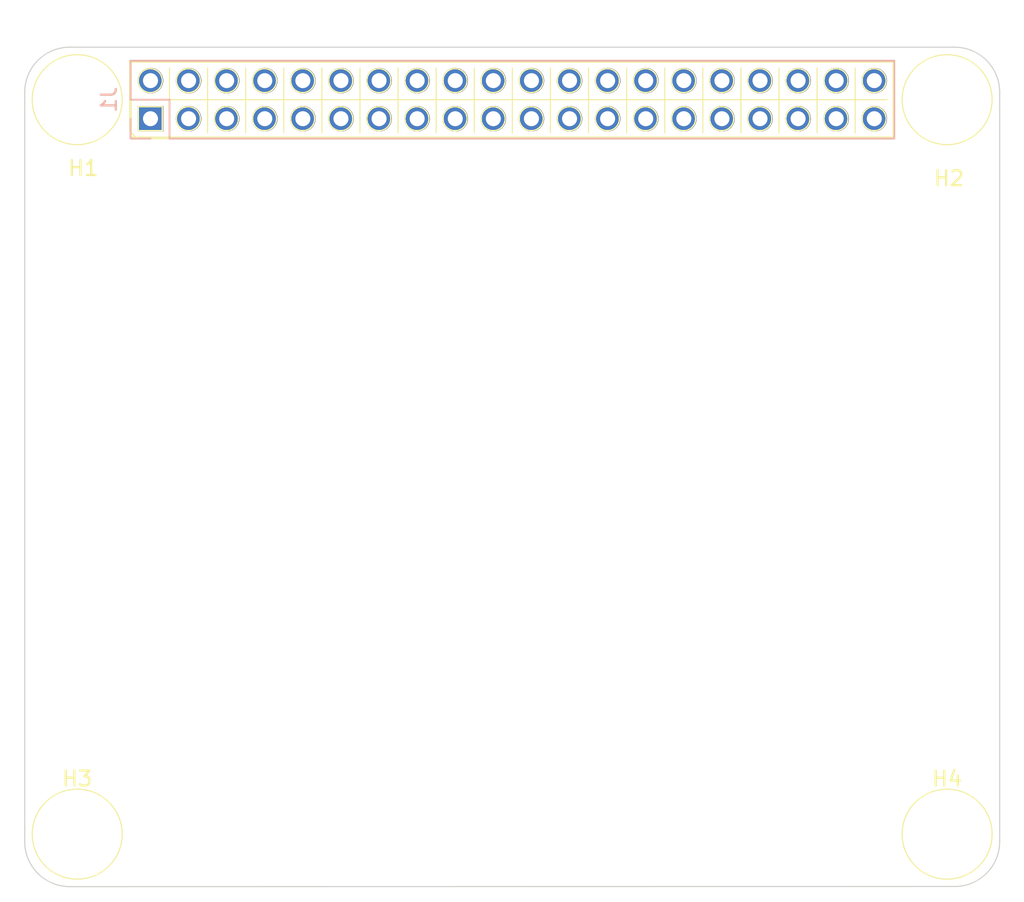
<source format=kicad_pcb>
(kicad_pcb (version 20171130) (host pcbnew "(5.1.5)-3")

  (general
    (thickness 1.6)
    (drawings 127)
    (tracks 0)
    (zones 0)
    (modules 5)
    (nets 41)
  )

  (page A4)
  (layers
    (0 F.Cu signal)
    (31 B.Cu signal)
    (32 B.Adhes user)
    (33 F.Adhes user)
    (34 B.Paste user)
    (35 F.Paste user)
    (36 B.SilkS user)
    (37 F.SilkS user)
    (38 B.Mask user)
    (39 F.Mask user)
    (40 Dwgs.User user)
    (41 Cmts.User user)
    (42 Eco1.User user)
    (43 Eco2.User user)
    (44 Edge.Cuts user)
    (45 Margin user)
    (46 B.CrtYd user)
    (47 F.CrtYd user)
    (48 B.Fab user)
    (49 F.Fab user)
  )

  (setup
    (last_trace_width 0.25)
    (trace_clearance 0.2)
    (zone_clearance 0.508)
    (zone_45_only no)
    (trace_min 0.2)
    (via_size 0.8)
    (via_drill 0.4)
    (via_min_size 0.4)
    (via_min_drill 0.3)
    (uvia_size 0.3)
    (uvia_drill 0.1)
    (uvias_allowed no)
    (uvia_min_size 0.2)
    (uvia_min_drill 0.1)
    (edge_width 0.05)
    (segment_width 0.2)
    (pcb_text_width 0.3)
    (pcb_text_size 1.5 1.5)
    (mod_edge_width 0.12)
    (mod_text_size 1 1)
    (mod_text_width 0.15)
    (pad_size 1.524 1.524)
    (pad_drill 0.762)
    (pad_to_mask_clearance 0.051)
    (solder_mask_min_width 0.25)
    (aux_axis_origin 0 0)
    (grid_origin 17.475 15.72)
    (visible_elements 7FFFFFFF)
    (pcbplotparams
      (layerselection 0x010fc_ffffffff)
      (usegerberextensions false)
      (usegerberattributes false)
      (usegerberadvancedattributes false)
      (creategerberjobfile false)
      (excludeedgelayer true)
      (linewidth 0.100000)
      (plotframeref false)
      (viasonmask false)
      (mode 1)
      (useauxorigin false)
      (hpglpennumber 1)
      (hpglpenspeed 20)
      (hpglpendiameter 15.000000)
      (psnegative false)
      (psa4output false)
      (plotreference true)
      (plotvalue true)
      (plotinvisibletext false)
      (padsonsilk false)
      (subtractmaskfromsilk false)
      (outputformat 1)
      (mirror false)
      (drillshape 0)
      (scaleselection 1)
      (outputdirectory "./"))
  )

  (net 0 "")
  (net 1 /GPIO21)
  (net 2 "Net-(J1-Pad39)")
  (net 3 /GPIO20)
  (net 4 /GPIO27)
  (net 5 /GPIO16)
  (net 6 /GPIO19)
  (net 7 "Net-(J1-Pad34)")
  (net 8 /GPIO13)
  (net 9 /GPIO12)
  (net 10 /GPIO6)
  (net 11 "Net-(J1-Pad30)")
  (net 12 /GPIO5)
  (net 13 "Net-(J1-Pad28)")
  (net 14 "Net-(J1-Pad27)")
  (net 15 /GPIO7)
  (net 16 "Net-(J1-Pad25)")
  (net 17 /GPIO8)
  (net 18 /GPIO11)
  (net 19 /GPIO25)
  (net 20 /GPIO9)
  (net 21 "Net-(J1-Pad20)")
  (net 22 /GPIO10)
  (net 23 /GPIO24)
  (net 24 "Net-(J1-Pad17)")
  (net 25 /GPIO23)
  (net 26 /GPIO22)
  (net 27 "Net-(J1-Pad14)")
  (net 28 /GPIO26)
  (net 29 /GPIO18)
  (net 30 /GPIO17)
  (net 31 /GPIO15)
  (net 32 "Net-(J1-Pad9)")
  (net 33 /GPIO14)
  (net 34 /GPIO4)
  (net 35 "Net-(J1-Pad6)")
  (net 36 /GPIO3)
  (net 37 "Net-(J1-Pad4)")
  (net 38 /GPIO2)
  (net 39 "Net-(J1-Pad2)")
  (net 40 "Net-(J1-Pad1)")

  (net_class Default "This is the default net class."
    (clearance 0.2)
    (trace_width 0.25)
    (via_dia 0.8)
    (via_drill 0.4)
    (uvia_dia 0.3)
    (uvia_drill 0.1)
    (add_net /GPIO10)
    (add_net /GPIO11)
    (add_net /GPIO12)
    (add_net /GPIO13)
    (add_net /GPIO14)
    (add_net /GPIO15)
    (add_net /GPIO16)
    (add_net /GPIO17)
    (add_net /GPIO18)
    (add_net /GPIO19)
    (add_net /GPIO2)
    (add_net /GPIO20)
    (add_net /GPIO21)
    (add_net /GPIO22)
    (add_net /GPIO23)
    (add_net /GPIO24)
    (add_net /GPIO25)
    (add_net /GPIO26)
    (add_net /GPIO27)
    (add_net /GPIO3)
    (add_net /GPIO4)
    (add_net /GPIO5)
    (add_net /GPIO6)
    (add_net /GPIO7)
    (add_net /GPIO8)
    (add_net /GPIO9)
    (add_net "Net-(J1-Pad1)")
    (add_net "Net-(J1-Pad14)")
    (add_net "Net-(J1-Pad17)")
    (add_net "Net-(J1-Pad2)")
    (add_net "Net-(J1-Pad20)")
    (add_net "Net-(J1-Pad25)")
    (add_net "Net-(J1-Pad27)")
    (add_net "Net-(J1-Pad28)")
    (add_net "Net-(J1-Pad30)")
    (add_net "Net-(J1-Pad34)")
    (add_net "Net-(J1-Pad39)")
    (add_net "Net-(J1-Pad4)")
    (add_net "Net-(J1-Pad6)")
    (add_net "Net-(J1-Pad9)")
  )

  (module Connector_PinSocket_2.54mm:PinSocket_2x20_P2.54mm_Vertical (layer B.Cu) (tedit 5A19A433) (tstamp 5EA8B0CD)
    (at 49.485 35.35 270)
    (descr "Through hole straight socket strip, 2x20, 2.54mm pitch, double cols (from Kicad 4.0.7), script generated")
    (tags "Through hole socket strip THT 2x20 2.54mm double row")
    (path /5EA7866A)
    (fp_text reference J1 (at -1.27 2.77 90) (layer B.SilkS)
      (effects (font (size 1 1) (thickness 0.15)) (justify mirror))
    )
    (fp_text value Raspberry_Pi_2_3 (at -1.27 -51.03 90) (layer B.Fab)
      (effects (font (size 1 1) (thickness 0.15)) (justify mirror))
    )
    (fp_text user %R (at -1.27 -24.13 180) (layer B.Fab)
      (effects (font (size 1 1) (thickness 0.15)) (justify mirror))
    )
    (fp_line (start -4.34 -50) (end -4.34 1.8) (layer B.CrtYd) (width 0.05))
    (fp_line (start 1.76 -50) (end -4.34 -50) (layer B.CrtYd) (width 0.05))
    (fp_line (start 1.76 1.8) (end 1.76 -50) (layer B.CrtYd) (width 0.05))
    (fp_line (start -4.34 1.8) (end 1.76 1.8) (layer B.CrtYd) (width 0.05))
    (fp_line (start 0 1.33) (end 1.33 1.33) (layer B.SilkS) (width 0.12))
    (fp_line (start 1.33 1.33) (end 1.33 0) (layer B.SilkS) (width 0.12))
    (fp_line (start -1.27 1.33) (end -1.27 -1.27) (layer B.SilkS) (width 0.12))
    (fp_line (start -1.27 -1.27) (end 1.33 -1.27) (layer B.SilkS) (width 0.12))
    (fp_line (start 1.33 -1.27) (end 1.33 -49.59) (layer B.SilkS) (width 0.12))
    (fp_line (start -3.87 -49.59) (end 1.33 -49.59) (layer B.SilkS) (width 0.12))
    (fp_line (start -3.87 1.33) (end -3.87 -49.59) (layer B.SilkS) (width 0.12))
    (fp_line (start -3.87 1.33) (end -1.27 1.33) (layer B.SilkS) (width 0.12))
    (fp_line (start -3.81 -49.53) (end -3.81 1.27) (layer B.Fab) (width 0.1))
    (fp_line (start 1.27 -49.53) (end -3.81 -49.53) (layer B.Fab) (width 0.1))
    (fp_line (start 1.27 0.27) (end 1.27 -49.53) (layer B.Fab) (width 0.1))
    (fp_line (start 0.27 1.27) (end 1.27 0.27) (layer B.Fab) (width 0.1))
    (fp_line (start -3.81 1.27) (end 0.27 1.27) (layer B.Fab) (width 0.1))
    (pad 40 thru_hole oval (at -2.54 -48.26 270) (size 1.7 1.7) (drill 1) (layers *.Cu *.Mask)
      (net 1 /GPIO21))
    (pad 39 thru_hole oval (at 0 -48.26 270) (size 1.7 1.7) (drill 1) (layers *.Cu *.Mask)
      (net 2 "Net-(J1-Pad39)"))
    (pad 38 thru_hole oval (at -2.54 -45.72 270) (size 1.7 1.7) (drill 1) (layers *.Cu *.Mask)
      (net 3 /GPIO20))
    (pad 37 thru_hole oval (at 0 -45.72 270) (size 1.7 1.7) (drill 1) (layers *.Cu *.Mask)
      (net 4 /GPIO27))
    (pad 36 thru_hole oval (at -2.54 -43.18 270) (size 1.7 1.7) (drill 1) (layers *.Cu *.Mask)
      (net 5 /GPIO16))
    (pad 35 thru_hole oval (at 0 -43.18 270) (size 1.7 1.7) (drill 1) (layers *.Cu *.Mask)
      (net 6 /GPIO19))
    (pad 34 thru_hole oval (at -2.54 -40.64 270) (size 1.7 1.7) (drill 1) (layers *.Cu *.Mask)
      (net 7 "Net-(J1-Pad34)"))
    (pad 33 thru_hole oval (at 0 -40.64 270) (size 1.7 1.7) (drill 1) (layers *.Cu *.Mask)
      (net 8 /GPIO13))
    (pad 32 thru_hole oval (at -2.54 -38.1 270) (size 1.7 1.7) (drill 1) (layers *.Cu *.Mask)
      (net 9 /GPIO12))
    (pad 31 thru_hole oval (at 0 -38.1 270) (size 1.7 1.7) (drill 1) (layers *.Cu *.Mask)
      (net 10 /GPIO6))
    (pad 30 thru_hole oval (at -2.54 -35.56 270) (size 1.7 1.7) (drill 1) (layers *.Cu *.Mask)
      (net 11 "Net-(J1-Pad30)"))
    (pad 29 thru_hole oval (at 0 -35.56 270) (size 1.7 1.7) (drill 1) (layers *.Cu *.Mask)
      (net 12 /GPIO5))
    (pad 28 thru_hole oval (at -2.54 -33.02 270) (size 1.7 1.7) (drill 1) (layers *.Cu *.Mask)
      (net 13 "Net-(J1-Pad28)"))
    (pad 27 thru_hole oval (at 0 -33.02 270) (size 1.7 1.7) (drill 1) (layers *.Cu *.Mask)
      (net 14 "Net-(J1-Pad27)"))
    (pad 26 thru_hole oval (at -2.54 -30.48 270) (size 1.7 1.7) (drill 1) (layers *.Cu *.Mask)
      (net 15 /GPIO7))
    (pad 25 thru_hole oval (at 0 -30.48 270) (size 1.7 1.7) (drill 1) (layers *.Cu *.Mask)
      (net 16 "Net-(J1-Pad25)"))
    (pad 24 thru_hole oval (at -2.54 -27.94 270) (size 1.7 1.7) (drill 1) (layers *.Cu *.Mask)
      (net 17 /GPIO8))
    (pad 23 thru_hole oval (at 0 -27.94 270) (size 1.7 1.7) (drill 1) (layers *.Cu *.Mask)
      (net 18 /GPIO11))
    (pad 22 thru_hole oval (at -2.54 -25.4 270) (size 1.7 1.7) (drill 1) (layers *.Cu *.Mask)
      (net 19 /GPIO25))
    (pad 21 thru_hole oval (at 0 -25.4 270) (size 1.7 1.7) (drill 1) (layers *.Cu *.Mask)
      (net 20 /GPIO9))
    (pad 20 thru_hole oval (at -2.54 -22.86 270) (size 1.7 1.7) (drill 1) (layers *.Cu *.Mask)
      (net 21 "Net-(J1-Pad20)"))
    (pad 19 thru_hole oval (at 0 -22.86 270) (size 1.7 1.7) (drill 1) (layers *.Cu *.Mask)
      (net 22 /GPIO10))
    (pad 18 thru_hole oval (at -2.54 -20.32 270) (size 1.7 1.7) (drill 1) (layers *.Cu *.Mask)
      (net 23 /GPIO24))
    (pad 17 thru_hole oval (at 0 -20.32 270) (size 1.7 1.7) (drill 1) (layers *.Cu *.Mask)
      (net 24 "Net-(J1-Pad17)"))
    (pad 16 thru_hole oval (at -2.54 -17.78 270) (size 1.7 1.7) (drill 1) (layers *.Cu *.Mask)
      (net 25 /GPIO23))
    (pad 15 thru_hole oval (at 0 -17.78 270) (size 1.7 1.7) (drill 1) (layers *.Cu *.Mask)
      (net 26 /GPIO22))
    (pad 14 thru_hole oval (at -2.54 -15.24 270) (size 1.7 1.7) (drill 1) (layers *.Cu *.Mask)
      (net 27 "Net-(J1-Pad14)"))
    (pad 13 thru_hole oval (at 0 -15.24 270) (size 1.7 1.7) (drill 1) (layers *.Cu *.Mask)
      (net 28 /GPIO26))
    (pad 12 thru_hole oval (at -2.54 -12.7 270) (size 1.7 1.7) (drill 1) (layers *.Cu *.Mask)
      (net 29 /GPIO18))
    (pad 11 thru_hole oval (at 0 -12.7 270) (size 1.7 1.7) (drill 1) (layers *.Cu *.Mask)
      (net 30 /GPIO17))
    (pad 10 thru_hole oval (at -2.54 -10.16 270) (size 1.7 1.7) (drill 1) (layers *.Cu *.Mask)
      (net 31 /GPIO15))
    (pad 9 thru_hole oval (at 0 -10.16 270) (size 1.7 1.7) (drill 1) (layers *.Cu *.Mask)
      (net 32 "Net-(J1-Pad9)"))
    (pad 8 thru_hole oval (at -2.54 -7.62 270) (size 1.7 1.7) (drill 1) (layers *.Cu *.Mask)
      (net 33 /GPIO14))
    (pad 7 thru_hole oval (at 0 -7.62 270) (size 1.7 1.7) (drill 1) (layers *.Cu *.Mask)
      (net 34 /GPIO4))
    (pad 6 thru_hole oval (at -2.54 -5.08 270) (size 1.7 1.7) (drill 1) (layers *.Cu *.Mask)
      (net 35 "Net-(J1-Pad6)"))
    (pad 5 thru_hole oval (at 0 -5.08 270) (size 1.7 1.7) (drill 1) (layers *.Cu *.Mask)
      (net 36 /GPIO3))
    (pad 4 thru_hole oval (at -2.54 -2.54 270) (size 1.7 1.7) (drill 1) (layers *.Cu *.Mask)
      (net 37 "Net-(J1-Pad4)"))
    (pad 3 thru_hole oval (at 0 -2.54 270) (size 1.7 1.7) (drill 1) (layers *.Cu *.Mask)
      (net 38 /GPIO2))
    (pad 2 thru_hole oval (at -2.54 0 270) (size 1.7 1.7) (drill 1) (layers *.Cu *.Mask)
      (net 39 "Net-(J1-Pad2)"))
    (pad 1 thru_hole rect (at 0 0 270) (size 1.7 1.7) (drill 1) (layers *.Cu *.Mask)
      (net 40 "Net-(J1-Pad1)"))
    (model ${KISYS3DMOD}/Connector_PinSocket_2.54mm.3dshapes/PinSocket_2x20_P2.54mm_Vertical.wrl
      (at (xyz 0 0 0))
      (scale (xyz 1 1 1))
      (rotate (xyz 0 0 0))
    )
  )

  (module MountingHole:MountingHole_2.7mm_M2.5 (layer F.Cu) (tedit 56D1B4CB) (tstamp 5EA8A054)
    (at 44.6 34.08)
    (descr "Mounting Hole 2.7mm, no annular, M2.5")
    (tags "mounting hole 2.7mm no annular m2.5")
    (path /5EA86BE5)
    (attr virtual)
    (fp_text reference H1 (at 0.405 4.57) (layer F.SilkS)
      (effects (font (size 1 1) (thickness 0.15)))
    )
    (fp_text value MountingHole (at 0 3.7) (layer F.Fab)
      (effects (font (size 1 1) (thickness 0.15)))
    )
    (fp_circle (center 0 0) (end 2.95 0) (layer F.CrtYd) (width 0.05))
    (fp_circle (center 0 0) (end 2.7 0) (layer Cmts.User) (width 0.15))
    (fp_text user %R (at 0.3 0) (layer F.Fab)
      (effects (font (size 1 1) (thickness 0.15)))
    )
    (pad 1 np_thru_hole circle (at 0 0) (size 2.7 2.7) (drill 2.7) (layers *.Cu *.Mask))
  )

  (module MountingHole:MountingHole_2.7mm_M2.5 (layer F.Cu) (tedit 56D1B4CB) (tstamp 5EA8A653)
    (at 102.6 83.080001)
    (descr "Mounting Hole 2.7mm, no annular, M2.5")
    (tags "mounting hole 2.7mm no annular m2.5")
    (path /5EA87A4D)
    (attr virtual)
    (fp_text reference H4 (at 0 -3.7) (layer F.SilkS)
      (effects (font (size 1 1) (thickness 0.15)))
    )
    (fp_text value MountingHole (at 0 3.7) (layer F.Fab)
      (effects (font (size 1 1) (thickness 0.15)))
    )
    (fp_circle (center 0 0) (end 2.95 0) (layer F.CrtYd) (width 0.05))
    (fp_circle (center 0 0) (end 2.7 0) (layer Cmts.User) (width 0.15))
    (fp_text user %R (at 0.3 0) (layer F.Fab)
      (effects (font (size 1 1) (thickness 0.15)))
    )
    (pad 1 np_thru_hole circle (at 0 0) (size 2.7 2.7) (drill 2.7) (layers *.Cu *.Mask))
  )

  (module MountingHole:MountingHole_2.7mm_M2.5 (layer F.Cu) (tedit 56D1B4CB) (tstamp 5EA8A5FF)
    (at 102.6 34.08)
    (descr "Mounting Hole 2.7mm, no annular, M2.5")
    (tags "mounting hole 2.7mm no annular m2.5")
    (path /5EA876A4)
    (attr virtual)
    (fp_text reference H2 (at 0.125 5.25) (layer F.SilkS)
      (effects (font (size 1 1) (thickness 0.15)))
    )
    (fp_text value MountingHole (at 0 3.7) (layer F.Fab)
      (effects (font (size 1 1) (thickness 0.15)))
    )
    (fp_text user %R (at 0.3 0) (layer F.Fab)
      (effects (font (size 1 1) (thickness 0.15)))
    )
    (fp_circle (center 0 0) (end 2.7 0) (layer Cmts.User) (width 0.15))
    (fp_circle (center 0 0) (end 2.95 0) (layer F.CrtYd) (width 0.05))
    (pad 1 np_thru_hole circle (at 0 0) (size 2.7 2.7) (drill 2.7) (layers *.Cu *.Mask))
  )

  (module MountingHole:MountingHole_2.7mm_M2.5 (layer F.Cu) (tedit 56D1B4CB) (tstamp 5EA8A19E)
    (at 44.6 83.080001)
    (descr "Mounting Hole 2.7mm, no annular, M2.5")
    (tags "mounting hole 2.7mm no annular m2.5")
    (path /5EA87A43)
    (attr virtual)
    (fp_text reference H3 (at 0 -3.7) (layer F.SilkS)
      (effects (font (size 1 1) (thickness 0.15)))
    )
    (fp_text value MountingHole (at 0 3.7) (layer F.Fab)
      (effects (font (size 1 1) (thickness 0.15)))
    )
    (fp_text user %R (at 0.3 0) (layer F.Fab)
      (effects (font (size 1 1) (thickness 0.15)))
    )
    (fp_circle (center 0 0) (end 2.7 0) (layer Cmts.User) (width 0.15))
    (fp_circle (center 0 0) (end 2.95 0) (layer F.CrtYd) (width 0.05))
    (pad 1 np_thru_hole circle (at 0 0) (size 2.7 2.7) (drill 2.7) (layers *.Cu *.Mask))
  )

  (gr_circle (center 44.6 34.08) (end 47.6 34.08) (layer F.SilkS) (width 0.076199) (tstamp 5EA8B322))
  (gr_line (start 103.105 30.58) (end 44.1 30.58) (layer Edge.Cuts) (width 0.076199))
  (gr_circle (center 102.6 34.080001) (end 105.6 34.080001) (layer F.SilkS) (width 0.076199))
  (gr_line (start 44.1 86.58) (end 103.105 86.57) (layer Edge.Cuts) (width 0.076199))
  (gr_arc (start 103.105002 83.570003) (end 103.105 86.57) (angle -90) (layer Edge.Cuts) (width 0.076199))
  (gr_circle (center 44.6 83.080001) (end 47.6 83.080001) (layer F.SilkS) (width 0.076199))
  (gr_line (start 88.852 31.97) (end 88.852 36.288) (layer F.SilkS) (width 0.076199))
  (gr_circle (center 102.6 83.080001) (end 105.6 83.080001) (layer F.SilkS) (width 0.076199))
  (gr_line (start 78.692 31.97) (end 78.692 36.288) (layer F.SilkS) (width 0.076199))
  (gr_line (start 63.452 31.97) (end 63.452 36.288) (layer F.SilkS) (width 0.076199))
  (gr_line (start 91.392 31.97) (end 91.392 36.288) (layer F.SilkS) (width 0.076199))
  (gr_line (start 55.832 31.97) (end 55.832 36.288) (layer F.SilkS) (width 0.076199))
  (gr_line (start 58.372 31.97) (end 58.372 36.288) (layer F.SilkS) (width 0.076199))
  (gr_line (start 76.152 31.97) (end 76.152 36.288) (layer F.SilkS) (width 0.076199))
  (gr_line (start 81.232 31.97) (end 81.232 36.288) (layer F.SilkS) (width 0.076199))
  (gr_line (start 73.612 31.97) (end 73.612 36.288) (layer F.SilkS) (width 0.076199))
  (gr_arc (start 44.099997 33.579998) (end 44.1 30.58) (angle -90) (layer Edge.Cuts) (width 0.076199))
  (gr_line (start 106.104999 83.570005) (end 106.105 33.58) (layer Edge.Cuts) (width 0.076199))
  (gr_line (start 86.312 31.97) (end 86.312 36.288) (layer F.SilkS) (width 0.076199))
  (gr_arc (start 44.099997 83.580003) (end 41.1 83.58) (angle -90) (layer Edge.Cuts) (width 0.076199))
  (gr_arc (start 103.104998 33.579998) (end 106.104996 33.58) (angle -90) (layer Edge.Cuts) (width 0.076199))
  (gr_line (start 53.292 31.97) (end 53.292 36.288) (layer F.SilkS) (width 0.076199))
  (gr_line (start 41.1 33.58) (end 41.1 83.58) (layer Edge.Cuts) (width 0.076199))
  (gr_line (start 93.932 31.97) (end 93.932 36.288) (layer F.SilkS) (width 0.076199))
  (gr_line (start 50.752 31.97) (end 50.752 36.288) (layer F.SilkS) (width 0.076199))
  (gr_line (start 60.912 31.97) (end 60.912 36.288) (layer F.SilkS) (width 0.076199))
  (gr_line (start 68.532 31.97) (end 68.532 36.288) (layer F.SilkS) (width 0.076199))
  (gr_line (start 71.072 31.97) (end 71.072 36.288) (layer F.SilkS) (width 0.076199))
  (gr_line (start 83.772 31.97) (end 83.772 36.288) (layer F.SilkS) (width 0.076199))
  (gr_line (start 96.472 31.97) (end 96.472 36.288) (layer F.SilkS) (width 0.076199))
  (gr_line (start 65.992 31.97) (end 65.992 36.288) (layer F.SilkS) (width 0.076199))
  (gr_line (start 48.6 34.08) (end 98.6 34.08) (layer F.SilkS) (width 0.076199))
  (gr_line (start 48.6 36.68) (end 99.1 36.68) (layer F.SilkS) (width 0.076199))
  (gr_circle (center 87.57 35.35) (end 88.369999 35.35) (layer F.SilkS) (width 0.076199))
  (gr_line (start 48.67 36.15) (end 48.67 34.55) (layer F.SilkS) (width 0.076199))
  (gr_line (start 50.27 36.15) (end 48.67 36.15) (layer F.SilkS) (width 0.076199))
  (gr_line (start 48.1 36.18) (end 48.6 36.68) (layer F.SilkS) (width 0.076199))
  (gr_circle (center 74.87 35.35) (end 75.67 35.35) (layer F.SilkS) (width 0.076199))
  (gr_line (start 99 36.58) (end 99 31.58) (layer F.SilkS) (width 0.076199))
  (gr_circle (center 82.49 35.35) (end 83.29 35.35) (layer F.SilkS) (width 0.076199))
  (gr_circle (center 72.33 35.35) (end 73.13 35.35) (layer F.SilkS) (width 0.076199))
  (gr_line (start 50.27 34.55) (end 50.27 36.15) (layer F.SilkS) (width 0.076199))
  (gr_line (start 48.1 31.48) (end 48.1 36.18) (layer F.SilkS) (width 0.076199))
  (gr_line (start 99.1 36.68) (end 99.1 31.48) (layer F.SilkS) (width 0.076199))
  (gr_line (start 48.67 34.55) (end 50.27 34.55) (layer F.SilkS) (width 0.076199))
  (gr_circle (center 90.11 35.35) (end 90.909999 35.35) (layer F.SilkS) (width 0.076199))
  (gr_line (start 48.67 34.55) (end 50.27 34.55) (layer F.SilkS) (width 0.076199))
  (gr_line (start 99 31.58) (end 48.2 31.58) (layer F.SilkS) (width 0.076199))
  (gr_line (start 48.2 36.58) (end 99 36.58) (layer F.SilkS) (width 0.076199))
  (gr_circle (center 74.87 35.35) (end 75.67 35.35) (layer F.SilkS) (width 0.076199))
  (gr_line (start 50.27 36.15) (end 48.67 36.15) (layer F.SilkS) (width 0.076199))
  (gr_line (start 48.67 36.15) (end 48.67 34.55) (layer F.SilkS) (width 0.076199))
  (gr_line (start 50.27 34.55) (end 50.27 36.15) (layer F.SilkS) (width 0.076199))
  (gr_circle (center 85.03 35.35) (end 85.83 35.35) (layer F.SilkS) (width 0.076199))
  (gr_circle (center 77.41 35.35) (end 78.21 35.35) (layer F.SilkS) (width 0.076199))
  (gr_circle (center 97.73 35.35) (end 98.53 35.35) (layer F.SilkS) (width 0.076199))
  (gr_circle (center 95.19 35.35) (end 95.99 35.35) (layer F.SilkS) (width 0.076199))
  (gr_circle (center 92.65 35.35) (end 93.449999 35.35) (layer F.SilkS) (width 0.076199))
  (gr_circle (center 92.65 35.35) (end 93.449999 35.35) (layer F.SilkS) (width 0.076199))
  (gr_circle (center 90.11 35.35) (end 90.909999 35.35) (layer F.SilkS) (width 0.076199))
  (gr_circle (center 79.95 35.35) (end 80.75 35.35) (layer F.SilkS) (width 0.076199))
  (gr_circle (center 72.33 35.35) (end 73.13 35.35) (layer F.SilkS) (width 0.076199))
  (gr_line (start 48.2 31.58) (end 48.2 36.58) (layer F.SilkS) (width 0.076199))
  (gr_circle (center 95.19 35.35) (end 95.99 35.35) (layer F.SilkS) (width 0.076199))
  (gr_circle (center 97.73 35.35) (end 98.53 35.35) (layer F.SilkS) (width 0.076199))
  (gr_circle (center 87.57 35.35) (end 88.369999 35.35) (layer F.SilkS) (width 0.076199))
  (gr_circle (center 82.49 35.35) (end 83.29 35.35) (layer F.SilkS) (width 0.076199))
  (gr_circle (center 77.41 35.35) (end 78.21 35.35) (layer F.SilkS) (width 0.076199))
  (gr_circle (center 85.03 35.35) (end 85.83 35.35) (layer F.SilkS) (width 0.076199))
  (gr_line (start 99.1 31.48) (end 48.1 31.48) (layer F.SilkS) (width 0.076199))
  (gr_circle (center 82.49 32.81) (end 83.29 32.81) (layer F.SilkS) (width 0.076199))
  (gr_circle (center 82.49 32.81) (end 83.29 32.81) (layer F.SilkS) (width 0.076199))
  (gr_circle (center 79.95 35.35) (end 80.75 35.35) (layer F.SilkS) (width 0.076199))
  (gr_circle (center 49.469999 32.81) (end 50.27 32.81) (layer F.SilkS) (width 0.076199))
  (gr_circle (center 49.469999 32.81) (end 50.27 32.81) (layer F.SilkS) (width 0.076199))
  (gr_circle (center 92.65 32.81) (end 93.449999 32.81) (layer F.SilkS) (width 0.076199))
  (gr_circle (center 54.55 32.81) (end 55.35 32.81) (layer F.SilkS) (width 0.076199))
  (gr_circle (center 62.17 35.35) (end 62.97 35.35) (layer F.SilkS) (width 0.076199))
  (gr_circle (center 57.09 35.35) (end 57.89 35.35) (layer F.SilkS) (width 0.076199))
  (gr_circle (center 57.09 35.35) (end 57.89 35.35) (layer F.SilkS) (width 0.076199))
  (gr_circle (center 57.09 32.81) (end 57.89 32.81) (layer F.SilkS) (width 0.076199))
  (gr_circle (center 54.55 35.35) (end 55.35 35.35) (layer F.SilkS) (width 0.076199))
  (gr_circle (center 52.01 35.35) (end 52.81 35.35) (layer F.SilkS) (width 0.076199))
  (gr_circle (center 52.01 32.81) (end 52.81 32.81) (layer F.SilkS) (width 0.076199))
  (gr_circle (center 52.01 35.35) (end 52.81 35.35) (layer F.SilkS) (width 0.076199))
  (gr_circle (center 95.19 32.81) (end 95.99 32.81) (layer F.SilkS) (width 0.076199))
  (gr_circle (center 92.65 32.81) (end 93.449999 32.81) (layer F.SilkS) (width 0.076199))
  (gr_circle (center 72.33 32.81) (end 73.13 32.81) (layer F.SilkS) (width 0.076199))
  (gr_circle (center 59.63 32.81) (end 60.43 32.81) (layer F.SilkS) (width 0.076199))
  (gr_circle (center 79.95 32.81) (end 80.75 32.81) (layer F.SilkS) (width 0.076199))
  (gr_circle (center 57.09 32.81) (end 57.89 32.81) (layer F.SilkS) (width 0.076199))
  (gr_circle (center 69.79 32.81) (end 70.59 32.81) (layer F.SilkS) (width 0.076199))
  (gr_circle (center 87.57 32.81) (end 88.369999 32.81) (layer F.SilkS) (width 0.076199))
  (gr_circle (center 85.03 32.81) (end 85.83 32.81) (layer F.SilkS) (width 0.076199))
  (gr_circle (center 67.25 32.81) (end 68.05 32.81) (layer F.SilkS) (width 0.076199))
  (gr_circle (center 64.71 32.81) (end 65.51 32.81) (layer F.SilkS) (width 0.076199))
  (gr_circle (center 64.71 32.81) (end 65.51 32.81) (layer F.SilkS) (width 0.076199))
  (gr_circle (center 62.17 32.81) (end 62.97 32.81) (layer F.SilkS) (width 0.076199))
  (gr_circle (center 74.87 32.81) (end 75.67 32.81) (layer F.SilkS) (width 0.076199))
  (gr_circle (center 74.87 32.81) (end 75.67 32.81) (layer F.SilkS) (width 0.076199))
  (gr_circle (center 69.79 35.35) (end 70.59 35.35) (layer F.SilkS) (width 0.076199))
  (gr_circle (center 69.79 35.35) (end 70.59 35.35) (layer F.SilkS) (width 0.076199))
  (gr_circle (center 67.25 35.35) (end 68.05 35.35) (layer F.SilkS) (width 0.076199))
  (gr_circle (center 67.25 35.35) (end 68.05 35.35) (layer F.SilkS) (width 0.076199))
  (gr_circle (center 64.71 35.35) (end 65.51 35.35) (layer F.SilkS) (width 0.076199))
  (gr_circle (center 59.63 35.35) (end 60.43 35.35) (layer F.SilkS) (width 0.076199))
  (gr_circle (center 52.01 32.81) (end 52.81 32.81) (layer F.SilkS) (width 0.076199))
  (gr_circle (center 67.25 32.81) (end 68.05 32.81) (layer F.SilkS) (width 0.076199))
  (gr_circle (center 87.57 32.81) (end 88.369999 32.81) (layer F.SilkS) (width 0.076199))
  (gr_circle (center 59.63 32.81) (end 60.43 32.81) (layer F.SilkS) (width 0.076199))
  (gr_circle (center 95.19 32.81) (end 95.99 32.81) (layer F.SilkS) (width 0.076199))
  (gr_circle (center 64.71 35.35) (end 65.51 35.35) (layer F.SilkS) (width 0.076199))
  (gr_circle (center 62.17 35.35) (end 62.97 35.35) (layer F.SilkS) (width 0.076199))
  (gr_circle (center 90.11 32.81) (end 90.909999 32.81) (layer F.SilkS) (width 0.076199))
  (gr_circle (center 85.03 32.81) (end 85.83 32.81) (layer F.SilkS) (width 0.076199))
  (gr_circle (center 59.63 35.35) (end 60.43 35.35) (layer F.SilkS) (width 0.076199))
  (gr_circle (center 77.41 32.81) (end 78.21 32.81) (layer F.SilkS) (width 0.076199))
  (gr_circle (center 69.79 32.81) (end 70.59 32.81) (layer F.SilkS) (width 0.076199))
  (gr_circle (center 62.17 32.81) (end 62.97 32.81) (layer F.SilkS) (width 0.076199))
  (gr_circle (center 77.41 32.81) (end 78.21 32.81) (layer F.SilkS) (width 0.076199))
  (gr_circle (center 54.55 35.35) (end 55.35 35.35) (layer F.SilkS) (width 0.076199))
  (gr_circle (center 97.73 32.81) (end 98.53 32.81) (layer F.SilkS) (width 0.076199))
  (gr_circle (center 72.33 32.81) (end 73.13 32.81) (layer F.SilkS) (width 0.076199))
  (gr_circle (center 54.55 32.81) (end 55.35 32.81) (layer F.SilkS) (width 0.076199))
  (gr_circle (center 79.95 32.81) (end 80.75 32.81) (layer F.SilkS) (width 0.076199))
  (gr_circle (center 97.73 32.81) (end 98.53 32.81) (layer F.SilkS) (width 0.076199))
  (gr_circle (center 90.11 32.81) (end 90.909999 32.81) (layer F.SilkS) (width 0.076199))

)

</source>
